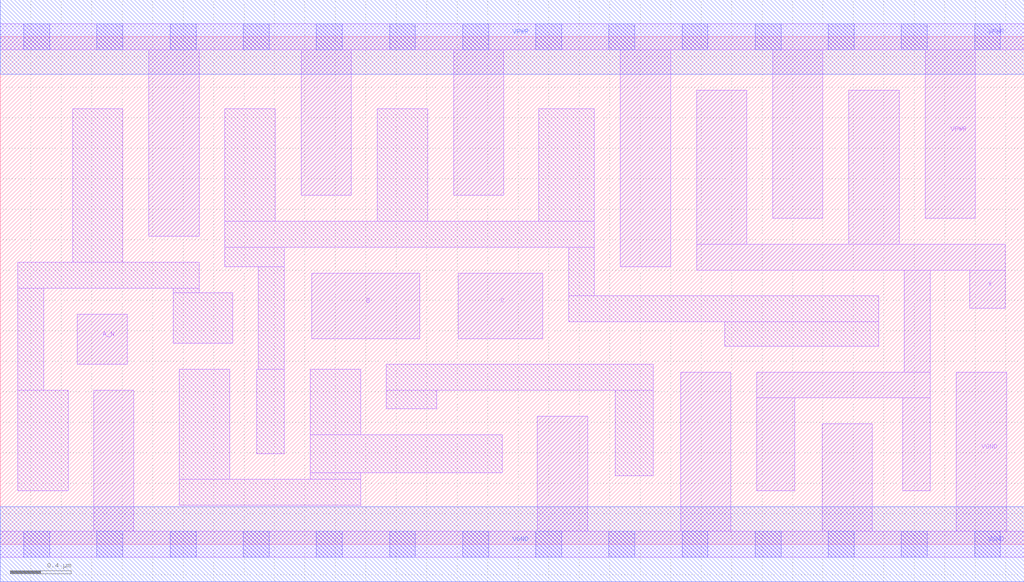
<source format=lef>
# Copyright 2020 The SkyWater PDK Authors
#
# Licensed under the Apache License, Version 2.0 (the "License");
# you may not use this file except in compliance with the License.
# You may obtain a copy of the License at
#
#     https://www.apache.org/licenses/LICENSE-2.0
#
# Unless required by applicable law or agreed to in writing, software
# distributed under the License is distributed on an "AS IS" BASIS,
# WITHOUT WARRANTIES OR CONDITIONS OF ANY KIND, either express or implied.
# See the License for the specific language governing permissions and
# limitations under the License.
#
# SPDX-License-Identifier: Apache-2.0

VERSION 5.7 ;
  NAMESCASESENSITIVE ON ;
  NOWIREEXTENSIONATPIN ON ;
  DIVIDERCHAR "/" ;
  BUSBITCHARS "[]" ;
UNITS
  DATABASE MICRONS 200 ;
END UNITS
MACRO sky130_fd_sc_ms__and3b_4
  CLASS CORE ;
  SOURCE USER ;
  FOREIGN sky130_fd_sc_ms__and3b_4 ;
  ORIGIN  0.000000  0.000000 ;
  SIZE  6.720000 BY  3.330000 ;
  SYMMETRY X Y ;
  SITE unit ;
  PIN A_N
    ANTENNAGATEAREA  0.276000 ;
    DIRECTION INPUT ;
    USE SIGNAL ;
    PORT
      LAYER li1 ;
        RECT 0.505000 1.180000 0.835000 1.510000 ;
    END
  END A_N
  PIN B
    ANTENNAGATEAREA  0.552000 ;
    DIRECTION INPUT ;
    USE SIGNAL ;
    PORT
      LAYER li1 ;
        RECT 2.045000 1.350000 2.755000 1.780000 ;
    END
  END B
  PIN C
    ANTENNAGATEAREA  0.552000 ;
    DIRECTION INPUT ;
    USE SIGNAL ;
    PORT
      LAYER li1 ;
        RECT 3.005000 1.350000 3.560000 1.780000 ;
    END
  END C
  PIN X
    ANTENNADIFFAREA  1.071000 ;
    DIRECTION OUTPUT ;
    USE SIGNAL ;
    PORT
      LAYER li1 ;
        RECT 4.570000 1.800000 6.595000 1.970000 ;
        RECT 4.570000 1.970000 4.900000 2.980000 ;
        RECT 4.965000 0.350000 5.215000 0.960000 ;
        RECT 4.965000 0.960000 6.105000 1.130000 ;
        RECT 5.570000 1.970000 5.900000 2.980000 ;
        RECT 5.925000 0.350000 6.105000 0.960000 ;
        RECT 5.935000 1.130000 6.105000 1.800000 ;
        RECT 6.365000 1.550000 6.595000 1.800000 ;
    END
  END X
  PIN VGND
    DIRECTION INOUT ;
    USE GROUND ;
    PORT
      LAYER li1 ;
        RECT 0.000000 -0.085000 6.720000 0.085000 ;
        RECT 0.615000  0.085000 0.875000 1.010000 ;
        RECT 3.525000  0.085000 3.855000 0.840000 ;
        RECT 4.465000  0.085000 4.795000 1.130000 ;
        RECT 5.395000  0.085000 5.725000 0.790000 ;
        RECT 6.275000  0.085000 6.605000 1.130000 ;
      LAYER mcon ;
        RECT 0.155000 -0.085000 0.325000 0.085000 ;
        RECT 0.635000 -0.085000 0.805000 0.085000 ;
        RECT 1.115000 -0.085000 1.285000 0.085000 ;
        RECT 1.595000 -0.085000 1.765000 0.085000 ;
        RECT 2.075000 -0.085000 2.245000 0.085000 ;
        RECT 2.555000 -0.085000 2.725000 0.085000 ;
        RECT 3.035000 -0.085000 3.205000 0.085000 ;
        RECT 3.515000 -0.085000 3.685000 0.085000 ;
        RECT 3.995000 -0.085000 4.165000 0.085000 ;
        RECT 4.475000 -0.085000 4.645000 0.085000 ;
        RECT 4.955000 -0.085000 5.125000 0.085000 ;
        RECT 5.435000 -0.085000 5.605000 0.085000 ;
        RECT 5.915000 -0.085000 6.085000 0.085000 ;
        RECT 6.395000 -0.085000 6.565000 0.085000 ;
      LAYER met1 ;
        RECT 0.000000 -0.245000 6.720000 0.245000 ;
    END
  END VGND
  PIN VPWR
    DIRECTION INOUT ;
    USE POWER ;
    PORT
      LAYER li1 ;
        RECT 0.000000 3.245000 6.720000 3.415000 ;
        RECT 0.975000 2.020000 1.305000 3.245000 ;
        RECT 1.975000 2.290000 2.305000 3.245000 ;
        RECT 2.975000 2.290000 3.305000 3.245000 ;
        RECT 4.070000 1.820000 4.400000 3.245000 ;
        RECT 5.070000 2.140000 5.400000 3.245000 ;
        RECT 6.070000 2.140000 6.400000 3.245000 ;
      LAYER mcon ;
        RECT 0.155000 3.245000 0.325000 3.415000 ;
        RECT 0.635000 3.245000 0.805000 3.415000 ;
        RECT 1.115000 3.245000 1.285000 3.415000 ;
        RECT 1.595000 3.245000 1.765000 3.415000 ;
        RECT 2.075000 3.245000 2.245000 3.415000 ;
        RECT 2.555000 3.245000 2.725000 3.415000 ;
        RECT 3.035000 3.245000 3.205000 3.415000 ;
        RECT 3.515000 3.245000 3.685000 3.415000 ;
        RECT 3.995000 3.245000 4.165000 3.415000 ;
        RECT 4.475000 3.245000 4.645000 3.415000 ;
        RECT 4.955000 3.245000 5.125000 3.415000 ;
        RECT 5.435000 3.245000 5.605000 3.415000 ;
        RECT 5.915000 3.245000 6.085000 3.415000 ;
        RECT 6.395000 3.245000 6.565000 3.415000 ;
      LAYER met1 ;
        RECT 0.000000 3.085000 6.720000 3.575000 ;
    END
  END VPWR
  OBS
    LAYER li1 ;
      RECT 0.115000 0.350000 0.445000 1.010000 ;
      RECT 0.115000 1.010000 0.285000 1.680000 ;
      RECT 0.115000 1.680000 1.305000 1.850000 ;
      RECT 0.475000 1.850000 0.805000 2.860000 ;
      RECT 1.135000 1.320000 1.525000 1.650000 ;
      RECT 1.135000 1.650000 1.305000 1.680000 ;
      RECT 1.175000 0.255000 2.365000 0.425000 ;
      RECT 1.175000 0.425000 1.505000 1.150000 ;
      RECT 1.475000 1.820000 1.865000 1.950000 ;
      RECT 1.475000 1.950000 3.900000 2.120000 ;
      RECT 1.475000 2.120000 1.805000 2.860000 ;
      RECT 1.685000 0.595000 1.865000 1.150000 ;
      RECT 1.695000 1.150000 1.865000 1.820000 ;
      RECT 2.035000 0.425000 2.365000 0.470000 ;
      RECT 2.035000 0.470000 3.295000 0.720000 ;
      RECT 2.035000 0.720000 2.365000 1.150000 ;
      RECT 2.475000 2.120000 2.805000 2.860000 ;
      RECT 2.535000 0.890000 2.865000 1.010000 ;
      RECT 2.535000 1.010000 4.285000 1.180000 ;
      RECT 3.535000 2.120000 3.900000 2.860000 ;
      RECT 3.730000 1.460000 5.765000 1.630000 ;
      RECT 3.730000 1.630000 3.900000 1.950000 ;
      RECT 4.035000 0.450000 4.285000 1.010000 ;
      RECT 4.755000 1.300000 5.765000 1.460000 ;
  END
END sky130_fd_sc_ms__and3b_4

</source>
